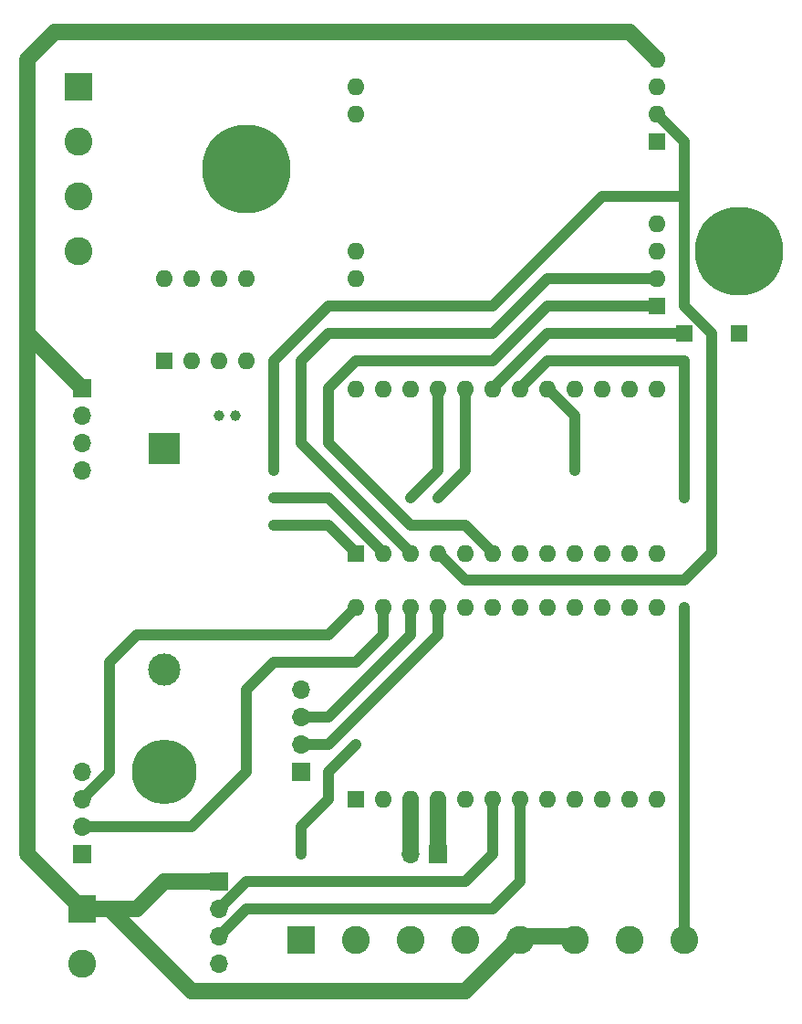
<source format=gbr>
%TF.GenerationSoftware,KiCad,Pcbnew,7.0.2-6a45011f42~172~ubuntu22.04.1*%
%TF.CreationDate,2023-05-07T23:21:13+04:00*%
%TF.ProjectId,PCB 1,50434220-312e-46b6-9963-61645f706362,rev?*%
%TF.SameCoordinates,Original*%
%TF.FileFunction,Copper,L2,Bot*%
%TF.FilePolarity,Positive*%
%FSLAX46Y46*%
G04 Gerber Fmt 4.6, Leading zero omitted, Abs format (unit mm)*
G04 Created by KiCad (PCBNEW 7.0.2-6a45011f42~172~ubuntu22.04.1) date 2023-05-07 23:21:13*
%MOMM*%
%LPD*%
G01*
G04 APERTURE LIST*
%TA.AperFunction,NonConductor*%
%ADD10C,1.500000*%
%TD*%
%TA.AperFunction,ComponentPad*%
%ADD11O,1.600000X1.600000*%
%TD*%
%TA.AperFunction,ComponentPad*%
%ADD12R,2.600000X2.600000*%
%TD*%
%TA.AperFunction,ComponentPad*%
%ADD13C,2.600000*%
%TD*%
%TA.AperFunction,ComponentPad*%
%ADD14R,1.700000X1.700000*%
%TD*%
%TA.AperFunction,ComponentPad*%
%ADD15O,1.700000X1.700000*%
%TD*%
%TA.AperFunction,ComponentPad*%
%ADD16R,1.600000X1.600000*%
%TD*%
%TA.AperFunction,ComponentPad*%
%ADD17C,1.000000*%
%TD*%
%TA.AperFunction,ComponentPad*%
%ADD18R,3.000000X3.000000*%
%TD*%
%TA.AperFunction,ComponentPad*%
%ADD19C,3.000000*%
%TD*%
%TA.AperFunction,ViaPad*%
%ADD20C,0.800000*%
%TD*%
%TA.AperFunction,ViaPad*%
%ADD21C,8.200000*%
%TD*%
%TA.AperFunction,ViaPad*%
%ADD22C,6.000000*%
%TD*%
%TA.AperFunction,Conductor*%
%ADD23C,1.500000*%
%TD*%
%TA.AperFunction,Conductor*%
%ADD24C,1.000000*%
%TD*%
G04 APERTURE END LIST*
D10*
X48260000Y-111760000D02*
X40640000Y-104140000D01*
X48260000Y-111760000D02*
X73660000Y-111760000D01*
D11*
%TO.P,,3*%
%TO.N,N/C*%
X86360000Y-76200000D03*
%TD*%
%TO.P,,3*%
%TO.N,N/C*%
X66040000Y-76200000D03*
%TD*%
%TO.P,,5*%
%TO.N,N/C*%
X63500000Y-30480000D03*
%TD*%
%TO.P,,3*%
%TO.N,N/C*%
X73660000Y-76200000D03*
%TD*%
D12*
%TO.P,Power,1*%
%TO.N,N/C*%
X38100000Y-104140000D03*
D13*
%TO.P,Power,2*%
X38100000Y-109220000D03*
%TD*%
D11*
%TO.P,,3*%
%TO.N,N/C*%
X73660000Y-93980000D03*
%TD*%
D14*
%TO.P,Rele,1*%
%TO.N,N/C*%
X38100000Y-55880000D03*
D15*
%TO.P,Rele,2*%
X38100000Y-58420000D03*
%TO.P,Rele,3*%
X38100000Y-60960000D03*
%TO.P,Rele,4*%
X38100000Y-63500000D03*
%TD*%
D11*
%TO.P,,3*%
%TO.N,N/C*%
X83820000Y-76200000D03*
%TD*%
%TO.P,,3*%
%TO.N,N/C*%
X66040000Y-93980000D03*
%TD*%
D16*
%TO.P,,1*%
%TO.N,N/C*%
X91440000Y-33020000D03*
%TD*%
D11*
%TO.P,,3*%
%TO.N,N/C*%
X63500000Y-76200000D03*
%TD*%
%TO.P,,3*%
%TO.N,N/C*%
X76200000Y-93980000D03*
%TD*%
%TO.P,,3*%
%TO.N,N/C*%
X71120000Y-76200000D03*
%TD*%
%TO.P,,3*%
%TO.N,N/C*%
X76200000Y-76200000D03*
%TD*%
D16*
%TO.P,,1*%
%TO.N,N/C*%
X93980000Y-50800000D03*
%TD*%
D11*
%TO.P,,5*%
%TO.N,N/C*%
X63500000Y-45720000D03*
%TD*%
%TO.P,,3*%
%TO.N,N/C*%
X91440000Y-43180000D03*
%TD*%
%TO.P,,3*%
%TO.N,N/C*%
X68580000Y-93980000D03*
%TD*%
D12*
%TO.P,Sensors,1*%
%TO.N,N/C*%
X37795000Y-27940000D03*
D13*
%TO.P,Sensors,2*%
X37795000Y-33020000D03*
%TO.P,Sensors,3*%
X37795000Y-38100000D03*
%TO.P,Sensors,4*%
X37795000Y-43180000D03*
%TD*%
D11*
%TO.P,,2*%
%TO.N,N/C*%
X91440000Y-45720000D03*
%TD*%
%TO.P,,3*%
%TO.N,N/C*%
X91440000Y-27940000D03*
%TD*%
%TO.P,,3*%
%TO.N,N/C*%
X71120000Y-93980000D03*
%TD*%
D16*
%TO.P,,1*%
%TO.N,N/C*%
X63500000Y-93980000D03*
%TD*%
D11*
%TO.P,,3*%
%TO.N,N/C*%
X88900000Y-76200000D03*
%TD*%
%TO.P,,3*%
%TO.N,N/C*%
X91440000Y-76200000D03*
%TD*%
D14*
%TO.P,BMP 180 Outside,1*%
%TO.N,N/C*%
X58420000Y-91440000D03*
D15*
%TO.P,BMP 180 Outside,2*%
X58420000Y-88900000D03*
%TO.P,BMP 180 Outside,3*%
X58420000Y-86360000D03*
%TO.P,BMP 180 Outside,4*%
X58420000Y-83820000D03*
%TD*%
D14*
%TO.P,BMP 180 Inside,1*%
%TO.N,N/C*%
X50800000Y-101600000D03*
D15*
%TO.P,BMP 180 Inside,2*%
X50800000Y-104140000D03*
%TO.P,BMP 180 Inside,3*%
X50800000Y-106680000D03*
%TO.P,BMP 180 Inside,4*%
X50800000Y-109220000D03*
%TD*%
D11*
%TO.P,,3*%
%TO.N,N/C*%
X81280000Y-76200000D03*
%TD*%
D16*
%TO.P,Arduino pro mini,1*%
%TO.N,N/C*%
X63500000Y-71125000D03*
D11*
%TO.P,Arduino pro mini,2*%
X66040000Y-71125000D03*
%TO.P,Arduino pro mini,3*%
X68580000Y-71125000D03*
%TO.P,Arduino pro mini,4*%
X71120000Y-71125000D03*
%TO.P,Arduino pro mini,5*%
X73660000Y-71125000D03*
%TO.P,Arduino pro mini,6*%
X76200000Y-71125000D03*
%TO.P,Arduino pro mini,7*%
X78740000Y-71125000D03*
%TO.P,Arduino pro mini,8*%
X81280000Y-71125000D03*
%TO.P,Arduino pro mini,9*%
X83820000Y-71125000D03*
%TO.P,Arduino pro mini,10*%
X86360000Y-71125000D03*
%TO.P,Arduino pro mini,11*%
X88900000Y-71125000D03*
%TO.P,Arduino pro mini,12*%
X91440000Y-71125000D03*
%TO.P,Arduino pro mini,13*%
X91440000Y-55885000D03*
%TO.P,Arduino pro mini,14*%
X88900000Y-55885000D03*
%TO.P,Arduino pro mini,15*%
X86360000Y-55885000D03*
%TO.P,Arduino pro mini,16*%
X83820000Y-55885000D03*
%TO.P,Arduino pro mini,17*%
X81280000Y-55885000D03*
%TO.P,Arduino pro mini,18*%
X78740000Y-55885000D03*
%TO.P,Arduino pro mini,19*%
X76200000Y-55885000D03*
%TO.P,Arduino pro mini,20*%
X73660000Y-55885000D03*
%TO.P,Arduino pro mini,21*%
X71120000Y-55885000D03*
%TO.P,Arduino pro mini,22*%
X68580000Y-55885000D03*
%TO.P,Arduino pro mini,23*%
X66040000Y-55885000D03*
%TO.P,Arduino pro mini,24*%
X63500000Y-55885000D03*
%TD*%
D12*
%TO.P,Buttons,1*%
%TO.N,N/C*%
X58420000Y-106985000D03*
D13*
%TO.P,Buttons,2*%
X63500000Y-106985000D03*
%TO.P,Buttons,3*%
X68580000Y-106985000D03*
%TO.P,Buttons,4*%
X73660000Y-106985000D03*
%TO.P,Buttons,5*%
X78740000Y-106985000D03*
%TO.P,Buttons,6*%
X83820000Y-106985000D03*
%TO.P,Buttons,7*%
X88900000Y-106985000D03*
%TO.P,Buttons,8*%
X93980000Y-106985000D03*
%TD*%
D11*
%TO.P,,3*%
%TO.N,N/C*%
X78740000Y-76200000D03*
%TD*%
%TO.P,,3*%
%TO.N,N/C*%
X78740000Y-93980000D03*
%TD*%
D17*
%TO.P,32.768KHz,1*%
%TO.N,N/C*%
X50800000Y-58420000D03*
%TO.P,32.768KHz,2*%
X52300000Y-58420000D03*
%TD*%
D11*
%TO.P,,3*%
%TO.N,N/C*%
X81280000Y-93980000D03*
%TD*%
D14*
%TO.P,I2C ,1*%
%TO.N,N/C*%
X71120000Y-99060000D03*
D15*
%TO.P,I2C ,2*%
X68580000Y-99060000D03*
%TD*%
D11*
%TO.P,,6*%
%TO.N,N/C*%
X63500000Y-27940000D03*
%TD*%
%TO.P,,3*%
%TO.N,N/C*%
X68580000Y-76200000D03*
%TD*%
%TO.P,,3*%
%TO.N,N/C*%
X88900000Y-93980000D03*
%TD*%
D18*
%TO.P,3.3V,1*%
%TO.N,N/C*%
X45720000Y-61407584D03*
D19*
%TO.P,3.3V,2*%
X45720000Y-81897584D03*
%TD*%
D14*
%TO.P,OLED,1*%
%TO.N,N/C*%
X38100000Y-99060000D03*
D15*
%TO.P,OLED,2*%
X38100000Y-96520000D03*
%TO.P,OLED,3*%
X38100000Y-93980000D03*
%TO.P,OLED,4*%
X38100000Y-91440000D03*
%TD*%
D11*
%TO.P,,4*%
%TO.N,N/C*%
X91440000Y-25400000D03*
%TD*%
%TO.P,,3*%
%TO.N,N/C*%
X86360000Y-93980000D03*
%TD*%
D16*
%TO.P,DS1302,1*%
%TO.N,N/C*%
X45720000Y-53340000D03*
D11*
%TO.P,DS1302,2*%
X48260000Y-53340000D03*
%TO.P,DS1302,3*%
X50800000Y-53340000D03*
%TO.P,DS1302,4*%
X53340000Y-53340000D03*
%TO.P,DS1302,5*%
X53340000Y-45720000D03*
%TO.P,DS1302,6*%
X50800000Y-45720000D03*
%TO.P,DS1302,7*%
X48260000Y-45720000D03*
%TO.P,DS1302,8*%
X45720000Y-45720000D03*
%TD*%
%TO.P,,3*%
%TO.N,N/C*%
X83820000Y-93980000D03*
%TD*%
%TO.P,,3*%
%TO.N,N/C*%
X91440000Y-93980000D03*
%TD*%
%TO.P,,2*%
%TO.N,N/C*%
X91440000Y-30480000D03*
%TD*%
D16*
%TO.P,,1*%
%TO.N,N/C*%
X99060000Y-50800000D03*
%TD*%
D11*
%TO.P,,6*%
%TO.N,N/C*%
X63500000Y-43180000D03*
%TD*%
D16*
%TO.P,,1*%
%TO.N,N/C*%
X91440000Y-48260000D03*
%TD*%
D11*
%TO.P,,4*%
%TO.N,N/C*%
X91440000Y-40640000D03*
%TD*%
D20*
%TO.N,*%
X55880000Y-66040000D03*
D21*
X53340000Y-35560000D03*
D22*
X45720000Y-91440000D03*
D20*
X55880000Y-63500000D03*
X93980000Y-66040000D03*
X63500000Y-88900000D03*
X93980000Y-76200000D03*
X55880000Y-68580000D03*
X68580000Y-66040000D03*
D21*
X99060000Y-43180000D03*
D20*
X83820000Y-63500000D03*
X58420000Y-99060000D03*
X71120000Y-66040000D03*
%TD*%
D23*
%TO.N,*%
X35560000Y-22860000D02*
X88900000Y-22860000D01*
D24*
X66040000Y-78740000D02*
X63500000Y-81280000D01*
X53340000Y-101600000D02*
X73660000Y-101600000D01*
X60960000Y-91440000D02*
X63500000Y-88900000D01*
X96520000Y-71120000D02*
X96520000Y-50800000D01*
X58420000Y-53340000D02*
X58420000Y-60960000D01*
X73660000Y-101600000D02*
X76200000Y-99060000D01*
X71120000Y-66040000D02*
X73660000Y-63500000D01*
X60960000Y-93980000D02*
X60960000Y-91440000D01*
X73660000Y-73660000D02*
X93980000Y-73660000D01*
X93980000Y-106680000D02*
X93980000Y-76200000D01*
D23*
X33020000Y-25400000D02*
X33020000Y-50800000D01*
D24*
X71120000Y-78740000D02*
X71120000Y-76200000D01*
D23*
X43180000Y-104140000D02*
X45720000Y-101600000D01*
D24*
X68580000Y-66040000D02*
X71120000Y-63500000D01*
X63500000Y-76200000D02*
X60960000Y-78740000D01*
X93980000Y-48260000D02*
X93980000Y-33020000D01*
X55880000Y-66040000D02*
X60960000Y-66040000D01*
X38100000Y-93980000D02*
X40640000Y-91440000D01*
X81280000Y-53340000D02*
X93980000Y-53340000D01*
X81280000Y-50800000D02*
X93980000Y-50800000D01*
X50800000Y-106680000D02*
X53340000Y-104140000D01*
X50800000Y-104140000D02*
X53340000Y-101600000D01*
X40640000Y-91440000D02*
X40640000Y-81280000D01*
X81280000Y-45720000D02*
X76200000Y-50800000D01*
X68580000Y-78740000D02*
X68580000Y-76200000D01*
X53340000Y-83820000D02*
X53340000Y-91440000D01*
X83820000Y-58420000D02*
X81280000Y-55880000D01*
X96520000Y-50800000D02*
X93980000Y-48260000D01*
X78740000Y-101600000D02*
X78740000Y-93980000D01*
X76200000Y-53340000D02*
X63500000Y-53340000D01*
X58420000Y-86360000D02*
X60960000Y-86360000D01*
X76200000Y-55880000D02*
X81280000Y-50800000D01*
D23*
X88900000Y-22860000D02*
X91440000Y-25400000D01*
D24*
X53340000Y-104140000D02*
X76200000Y-104140000D01*
X58420000Y-88900000D02*
X60960000Y-88900000D01*
X76200000Y-50800000D02*
X60960000Y-50800000D01*
X55880000Y-53340000D02*
X55880000Y-63500000D01*
D23*
X35560000Y-22860000D02*
X33020000Y-25400000D01*
D24*
X63500000Y-81280000D02*
X55880000Y-81280000D01*
D23*
X68580000Y-99060000D02*
X68580000Y-93980000D01*
D24*
X93980000Y-33020000D02*
X91440000Y-30480000D01*
D23*
X38100000Y-55880000D02*
X33020000Y-50800000D01*
D24*
X86360000Y-38100000D02*
X76200000Y-48260000D01*
X60960000Y-60960000D02*
X68580000Y-68580000D01*
X43180000Y-78740000D02*
X60960000Y-78740000D01*
D23*
X73660000Y-111760000D02*
X78740000Y-106680000D01*
D24*
X83820000Y-58420000D02*
X83820000Y-63500000D01*
D23*
X33020000Y-50800000D02*
X33020000Y-99060000D01*
D24*
X93980000Y-73660000D02*
X96520000Y-71120000D01*
X60960000Y-50800000D02*
X58420000Y-53340000D01*
X68580000Y-68580000D02*
X73660000Y-68580000D01*
X55880000Y-68580000D02*
X60960000Y-68580000D01*
X71120000Y-71120000D02*
X73660000Y-73660000D01*
X68580000Y-71120000D02*
X58420000Y-60960000D01*
X91440000Y-48260000D02*
X81280000Y-48260000D01*
X93980000Y-53340000D02*
X93980000Y-66040000D01*
X76200000Y-104140000D02*
X78740000Y-101600000D01*
X60960000Y-66040000D02*
X66040000Y-71120000D01*
X76200000Y-99060000D02*
X76200000Y-93980000D01*
X81280000Y-48260000D02*
X76200000Y-53340000D01*
D23*
X50800000Y-101600000D02*
X45720000Y-101600000D01*
D24*
X53340000Y-91440000D02*
X48260000Y-96520000D01*
X73660000Y-68580000D02*
X76200000Y-71120000D01*
D23*
X33020000Y-99060000D02*
X38100000Y-104140000D01*
D24*
X58420000Y-99060000D02*
X58420000Y-96520000D01*
X71120000Y-63500000D02*
X71120000Y-55880000D01*
X43180000Y-78740000D02*
X40640000Y-81280000D01*
X60960000Y-55880000D02*
X60960000Y-60960000D01*
X81280000Y-45720000D02*
X91440000Y-45720000D01*
X48260000Y-96520000D02*
X38100000Y-96520000D01*
D23*
X71120000Y-99060000D02*
X71120000Y-93980000D01*
D24*
X66040000Y-78740000D02*
X66040000Y-76200000D01*
X60960000Y-68580000D02*
X63500000Y-71120000D01*
X86360000Y-38100000D02*
X93980000Y-38100000D01*
X60960000Y-88900000D02*
X71120000Y-78740000D01*
X60960000Y-48260000D02*
X76200000Y-48260000D01*
X58420000Y-96520000D02*
X60960000Y-93980000D01*
X60960000Y-86360000D02*
X68580000Y-78740000D01*
X55880000Y-53340000D02*
X60960000Y-48260000D01*
X73660000Y-63500000D02*
X73660000Y-55880000D01*
X78740000Y-55880000D02*
X81280000Y-53340000D01*
X63500000Y-53340000D02*
X60960000Y-55880000D01*
X55880000Y-81280000D02*
X53340000Y-83820000D01*
D23*
X38100000Y-104140000D02*
X43180000Y-104140000D01*
X78740000Y-106680000D02*
X83740000Y-106680000D01*
%TD*%
M02*

</source>
